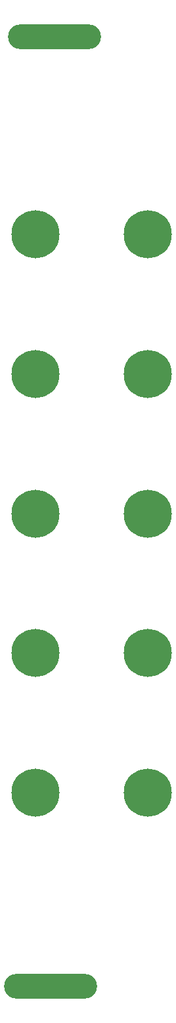
<source format=gts>
%TF.GenerationSoftware,KiCad,Pcbnew,(6.0.1)*%
%TF.CreationDate,2022-10-13T13:02:12-04:00*%
%TF.ProjectId,SYNTH-MIXER4-01_PANEL,53594e54-482d-44d4-9958-4552342d3031,1*%
%TF.SameCoordinates,Original*%
%TF.FileFunction,Soldermask,Top*%
%TF.FilePolarity,Negative*%
%FSLAX46Y46*%
G04 Gerber Fmt 4.6, Leading zero omitted, Abs format (unit mm)*
G04 Created by KiCad (PCBNEW (6.0.1)) date 2022-10-13 13:02:12*
%MOMM*%
%LPD*%
G01*
G04 APERTURE LIST*
%ADD10C,6.200000*%
%ADD11O,12.000000X3.200000*%
G04 APERTURE END LIST*
D10*
%TO.C,*%
X62500000Y-100500000D03*
%TD*%
%TO.C,*%
X62500000Y-46500000D03*
%TD*%
%TO.C,*%
X48000000Y-82500000D03*
%TD*%
%TO.C,*%
X48000000Y-46500000D03*
%TD*%
%TO.C,*%
X62500000Y-28500000D03*
%TD*%
D11*
%TO.C,*%
X50500000Y-3000000D03*
X50500000Y-3000000D03*
X50500000Y-3000000D03*
%TD*%
%TO.C,*%
X50000000Y-125500000D03*
X50000000Y-125500000D03*
X50000000Y-125500000D03*
%TD*%
D10*
%TO.C,*%
X48000000Y-28500000D03*
%TD*%
%TO.C,*%
X48000000Y-100500000D03*
%TD*%
%TO.C,*%
X62500000Y-64500000D03*
%TD*%
%TO.C,*%
X62500000Y-82500000D03*
%TD*%
%TO.C,*%
X48000000Y-64500000D03*
%TD*%
M02*

</source>
